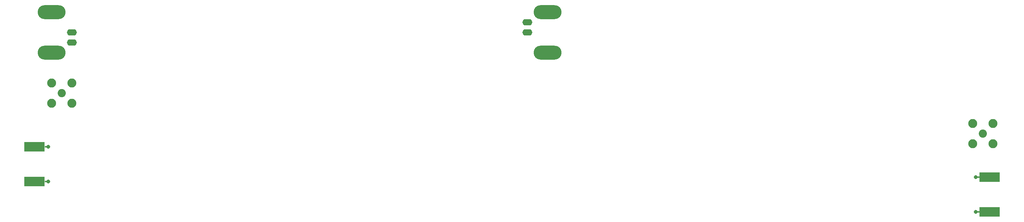
<source format=gbr>
G04 #@! TF.GenerationSoftware,KiCad,Pcbnew,(6.0.8-1)-1*
G04 #@! TF.CreationDate,2022-11-23T20:34:25+02:00*
G04 #@! TF.ProjectId,Proto Board RF v2-0,50726f74-6f20-4426-9f61-726420524620,rev?*
G04 #@! TF.SameCoordinates,Original*
G04 #@! TF.FileFunction,Copper,L2,Bot*
G04 #@! TF.FilePolarity,Positive*
%FSLAX46Y46*%
G04 Gerber Fmt 4.6, Leading zero omitted, Abs format (unit mm)*
G04 Created by KiCad (PCBNEW (6.0.8-1)-1) date 2022-11-23 20:34:25*
%MOMM*%
%LPD*%
G01*
G04 APERTURE LIST*
G04 #@! TA.AperFunction,ComponentPad*
%ADD10O,2.500000X1.600000*%
G04 #@! TD*
G04 #@! TA.AperFunction,ComponentPad*
%ADD11O,7.000000X3.500000*%
G04 #@! TD*
G04 #@! TA.AperFunction,ComponentPad*
%ADD12C,2.050000*%
G04 #@! TD*
G04 #@! TA.AperFunction,ComponentPad*
%ADD13C,2.250000*%
G04 #@! TD*
G04 #@! TA.AperFunction,SMDPad,CuDef*
%ADD14R,5.080000X2.420000*%
G04 #@! TD*
G04 #@! TA.AperFunction,ComponentPad*
%ADD15C,0.970000*%
G04 #@! TD*
G04 #@! TA.AperFunction,SMDPad,CuDef*
%ADD16R,0.950000X0.460000*%
G04 #@! TD*
G04 APERTURE END LIST*
D10*
X198120000Y-91440000D03*
D11*
X203200000Y-96520000D03*
X203200000Y-86360000D03*
D10*
X198120000Y-88900000D03*
X83820000Y-91440000D03*
X83820000Y-93980000D03*
D11*
X78740000Y-96520000D03*
X78740000Y-86360000D03*
D12*
X312420000Y-116840000D03*
D13*
X309880000Y-119380000D03*
X314960000Y-119380000D03*
X309880000Y-114300000D03*
X314960000Y-114300000D03*
D12*
X81280000Y-106680000D03*
D13*
X78740000Y-109220000D03*
X78740000Y-104140000D03*
X83820000Y-109220000D03*
X83820000Y-104140000D03*
D14*
X314140000Y-127700000D03*
D15*
X310700000Y-127700000D03*
D16*
X311150000Y-127700000D03*
D15*
X310700000Y-136460000D03*
D16*
X311150000Y-136460000D03*
D14*
X314140000Y-136460000D03*
X74480000Y-120080000D03*
D15*
X77920000Y-128840000D03*
X77920000Y-120080000D03*
D16*
X77470000Y-128840000D03*
D14*
X74480000Y-128840000D03*
D16*
X77470000Y-120080000D03*
M02*

</source>
